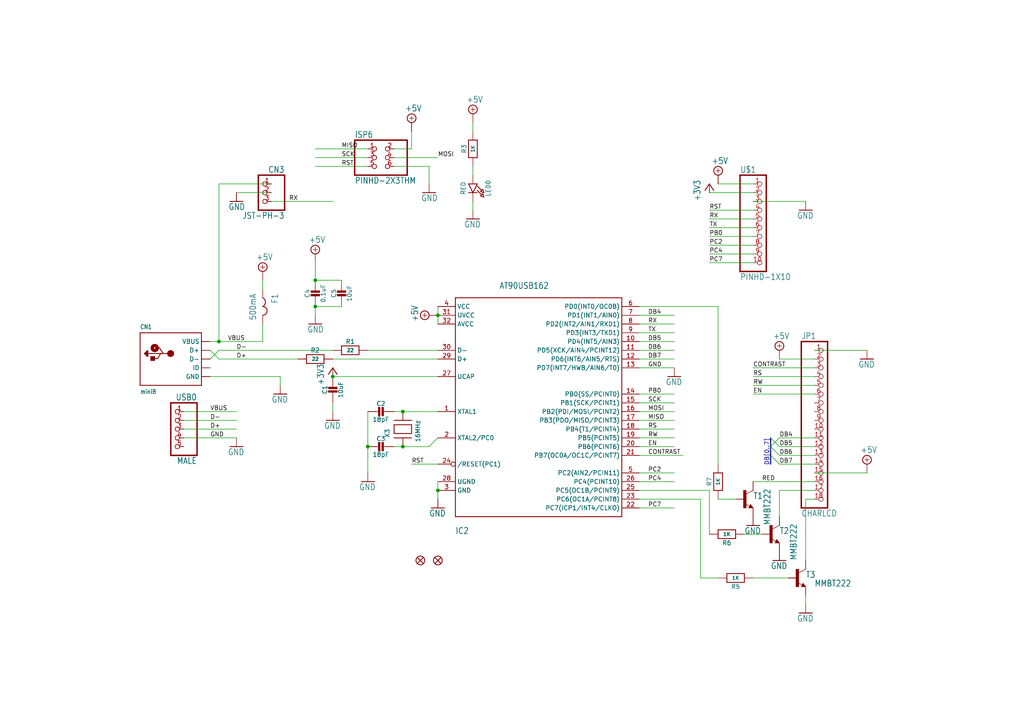
<source format=kicad_sch>
(kicad_sch (version 20211123) (generator eeschema)
  (paper "A4")
  (lib_symbols
    (symbol "schematicEagle-eagle-import:+3V3" (power)
      (property "Value" "+3V3" (at -2.54 -5.08 90))
      (symbol "+3V3_1_0"
        (polyline (pts (xy 0 0) (xy -1.27 -1.905)) (stroke (width 0.254)))
        (polyline (pts (xy 1.27 -1.905) (xy 0 0)) (stroke (width 0.254)))
        (pin power_in line (at 0 -2.54 90) (length 2.54) (name "+3V3") (number "1"))
      )
    )
    (symbol "schematicEagle-eagle-import:+5V" (power)
      (property "Value" "+5V" (at -1.905 3.175 0))
      (symbol "+5V_1_0"
        (polyline (pts (xy -0.635 1.27) (xy 0.635 1.27)) (stroke (width 0.1524)))
        (polyline (pts (xy 0 0.635) (xy 0 1.905)) (stroke (width 0.1524)))
        (circle (center 0 1.27) (radius 1.27) (stroke (width 0.254)))
        (pin power_in line (at 0 -2.54 90) (length 2.54) (name "+5V") (number "1"))
      )
    )
    (symbol "schematicEagle-eagle-import:-NPN-SOT23-BEC"
      (property "Reference" "T" (at -10.16 7.62 0))
      (property "Value" "-NPN-SOT23-BEC" (at -10.16 5.08 0))
      (symbol "-NPN-SOT23-BEC_1_0"
        (rectangle (start -0.254 -2.54) (end 0.508 2.54) (fill (type outline)))
        (polyline (pts (xy 1.27 -2.54) (xy 1.778 -1.524)) (stroke (width 0.1524)))
        (polyline (pts (xy 1.524 -2.413) (xy 2.286 -2.413)) (stroke (width 0.254)))
        (polyline (pts (xy 1.524 -2.286) (xy 1.905 -2.286)) (stroke (width 0.254)))
        (polyline (pts (xy 1.54 -2.04) (xy 0.308 -1.424)) (stroke (width 0.1524)))
        (polyline (pts (xy 1.778 -1.778) (xy 1.524 -2.286)) (stroke (width 0.254)))
        (polyline (pts (xy 1.778 -1.524) (xy 2.54 -2.54)) (stroke (width 0.1524)))
        (polyline (pts (xy 1.905 -2.286) (xy 1.778 -2.032)) (stroke (width 0.254)))
        (polyline (pts (xy 2.286 -2.413) (xy 1.778 -1.778)) (stroke (width 0.254)))
        (polyline (pts (xy 2.54 -2.54) (xy 1.27 -2.54)) (stroke (width 0.1524)))
        (polyline (pts (xy 2.54 2.54) (xy 0.508 1.524)) (stroke (width 0.1524)))
        (pin passive line (at -2.54 0 0) (length 2.54) (name "B") (number "B"))
        (pin passive line (at 2.54 5.08 270) (length 2.54) (name "C") (number "C"))
        (pin passive line (at 2.54 -5.08 90) (length 2.54) (name "E") (number "E"))
      )
    )
    (symbol "schematicEagle-eagle-import:ATMEGA32U2-TQFP"
      (property "Reference" "IC" (at -17.78 -38.1 0))
      (property "Value" "ATMEGA32U2-TQFP" (at -5.08 33.02 0))
      (symbol "ATMEGA32U2-TQFP_1_0"
        (polyline (pts (xy -17.78 -33.02) (xy -17.78 30.48)) (stroke (width 0.254)))
        (polyline (pts (xy -17.78 30.48) (xy 30.48 30.48)) (stroke (width 0.254)))
        (polyline (pts (xy 30.48 -33.02) (xy -17.78 -33.02)) (stroke (width 0.254)))
        (polyline (pts (xy 30.48 30.48) (xy 30.48 -33.02)) (stroke (width 0.254)))
        (pin bidirectional line (at -22.86 -2.54 0) (length 5.08) (name "XTAL1") (number "1"))
        (pin bidirectional line (at 35.56 17.78 180) (length 5.08) (name "PD4(INT5/AIN3)") (number "10"))
        (pin bidirectional line (at 35.56 15.24 180) (length 5.08) (name "PD5(XCK/AIN4/PCINT12)") (number "11"))
        (pin bidirectional line (at 35.56 12.7 180) (length 5.08) (name "PD6(INT6/AIN5/RTS)") (number "12"))
        (pin bidirectional line (at 35.56 10.16 180) (length 5.08) (name "PD7(INT7/HWB/AIN6/T0)") (number "13"))
        (pin bidirectional line (at 35.56 2.54 180) (length 5.08) (name "PB0(SS/PCINT0)") (number "14"))
        (pin bidirectional line (at 35.56 0 180) (length 5.08) (name "PB1(SCK/PCINT1)") (number "15"))
        (pin bidirectional line (at 35.56 -2.54 180) (length 5.08) (name "PB2(PDI/MOSI/PCINT2)") (number "16"))
        (pin bidirectional line (at 35.56 -5.08 180) (length 5.08) (name "PB3(PDO/MISO/PCINT3)") (number "17"))
        (pin bidirectional line (at 35.56 -7.62 180) (length 5.08) (name "PB4(T1/PCINT4)") (number "18"))
        (pin bidirectional line (at 35.56 -10.16 180) (length 5.08) (name "PB5(PCINT5)") (number "19"))
        (pin bidirectional line (at -22.86 -10.16 0) (length 5.08) (name "XTAL2/PC0") (number "2"))
        (pin bidirectional line (at 35.56 -12.7 180) (length 5.08) (name "PB6(PCINT6)") (number "20"))
        (pin bidirectional line (at 35.56 -15.24 180) (length 5.08) (name "PB7(OC0A/OC1C/PCINT7)") (number "21"))
        (pin bidirectional line (at 35.56 -30.48 180) (length 5.08) (name "PC7(ICP1/INT4/CLKO)") (number "22"))
        (pin bidirectional line (at 35.56 -27.94 180) (length 5.08) (name "PC6(OC1A/PCINT8)") (number "23"))
        (pin bidirectional inverted (at -22.86 -17.78 0) (length 5.08) (name "/RESET(PC1)") (number "24"))
        (pin bidirectional line (at 35.56 -25.4 180) (length 5.08) (name "PC5(OC1B/PCINT9)") (number "25"))
        (pin bidirectional line (at 35.56 -22.86 180) (length 5.08) (name "PC4(PCINT10)") (number "26"))
        (pin bidirectional line (at -22.86 7.62 0) (length 5.08) (name "UCAP") (number "27"))
        (pin bidirectional line (at -22.86 -22.86 0) (length 5.08) (name "UGND") (number "28"))
        (pin bidirectional line (at -22.86 12.7 0) (length 5.08) (name "D+") (number "29"))
        (pin bidirectional line (at -22.86 -25.4 0) (length 5.08) (name "GND") (number "3"))
        (pin bidirectional line (at -22.86 15.24 0) (length 5.08) (name "D-") (number "30"))
        (pin bidirectional line (at -22.86 25.4 0) (length 5.08) (name "UVCC") (number "31"))
        (pin bidirectional line (at -22.86 22.86 0) (length 5.08) (name "AVCC") (number "32"))
        (pin bidirectional line (at -22.86 27.94 0) (length 5.08) (name "VCC") (number "4"))
        (pin bidirectional line (at 35.56 -20.32 180) (length 5.08) (name "PC2(AIN2/PCIN11)") (number "5"))
        (pin bidirectional line (at 35.56 27.94 180) (length 5.08) (name "PD0(INT0/OC0B)") (number "6"))
        (pin bidirectional line (at 35.56 25.4 180) (length 5.08) (name "PD1(INT1/AIN0)") (number "7"))
        (pin bidirectional line (at 35.56 22.86 180) (length 5.08) (name "PD2(INT2/AIN1/RXD1)") (number "8"))
        (pin bidirectional line (at 35.56 20.32 180) (length 5.08) (name "PD3(INT3/TXD1)") (number "9"))
      )
    )
    (symbol "schematicEagle-eagle-import:CAP_CERAMIC0805-NOOUTLINE"
      (property "Reference" "C" (at -2.29 1.25 90))
      (property "Value" "CAP_CERAMIC0805-NOOUTLINE" (at 2.3 1.25 90))
      (symbol "CAP_CERAMIC0805-NOOUTLINE_1_0"
        (rectangle (start -1.27 0.508) (end 1.27 1.016) (fill (type outline)))
        (rectangle (start -1.27 1.524) (end 1.27 2.032) (fill (type outline)))
        (polyline (pts (xy 0 0.762) (xy 0 0)) (stroke (width 0.1524)))
        (polyline (pts (xy 0 2.54) (xy 0 1.778)) (stroke (width 0.1524)))
        (pin passive line (at 0 5.08 270) (length 2.54) (name "1") (number "1"))
        (pin passive line (at 0 -2.54 90) (length 2.54) (name "2") (number "2"))
      )
    )
    (symbol "schematicEagle-eagle-import:FIDUCIAL1X2.5"
      (symbol "FIDUCIAL1X2.5_1_0"
        (polyline (pts (xy -0.762 0.762) (xy 0.762 -0.762)) (stroke (width 0.254)))
        (polyline (pts (xy 0.762 0.762) (xy -0.762 -0.762)) (stroke (width 0.254)))
        (circle (center 0 0) (radius 1.27) (stroke (width 0.254)))
      )
    )
    (symbol "schematicEagle-eagle-import:GND" (power)
      (property "Value" "GND" (at -2.54 -2.54 0))
      (symbol "GND_1_0"
        (polyline (pts (xy -1.905 0) (xy 1.905 0)) (stroke (width 0.254)))
        (pin power_in line (at 0 2.54 270) (length 2.54) (name "GND") (number "1"))
      )
    )
    (symbol "schematicEagle-eagle-import:JST_3PIN"
      (property "Reference" "CN" (at -6.35 5.715 0))
      (property "Value" "JST_3PIN" (at -6.35 -7.62 0))
      (symbol "JST_3PIN_1_0"
        (polyline (pts (xy -6.35 -5.08) (xy 1.27 -5.08)) (stroke (width 0.4064)))
        (polyline (pts (xy -6.35 5.08) (xy -6.35 -5.08)) (stroke (width 0.4064)))
        (polyline (pts (xy 1.27 -5.08) (xy 1.27 5.08)) (stroke (width 0.4064)))
        (polyline (pts (xy 1.27 5.08) (xy -6.35 5.08)) (stroke (width 0.4064)))
        (pin passive inverted (at -2.54 2.54 0) (length 2.54) (name "1") (number "1"))
        (pin passive inverted (at -2.54 0 0) (length 2.54) (name "2") (number "2"))
        (pin passive inverted (at -2.54 -2.54 0) (length 2.54) (name "3") (number "3"))
      )
    )
    (symbol "schematicEagle-eagle-import:LED0805_NOOUTLINE"
      (property "Reference" "D" (at -1.27 4.445 0))
      (property "Value" "LED0805_NOOUTLINE" (at -1.27 -2.794 0))
      (symbol "LED0805_NOOUTLINE_1_0"
        (polyline (pts (xy -2.54 -1.27) (xy 0 0)) (stroke (width 0.254)))
        (polyline (pts (xy -2.54 1.27) (xy -2.54 -1.27)) (stroke (width 0.254)))
        (polyline (pts (xy -1.905 1.27) (xy -0.635 2.54)) (stroke (width 0.254)))
        (polyline (pts (xy -0.9525 2.8575) (xy -0.3175 2.2225)) (stroke (width 0.254)))
        (polyline (pts (xy -0.635 1.27) (xy 0.635 2.54)) (stroke (width 0.254)))
        (polyline (pts (xy -0.3175 2.2225) (xy 0 3.175)) (stroke (width 0.254)))
        (polyline (pts (xy 0 0) (xy -2.54 1.27)) (stroke (width 0.254)))
        (polyline (pts (xy 0 0) (xy 0 -1.27)) (stroke (width 0.254)))
        (polyline (pts (xy 0 1.27) (xy 0 0)) (stroke (width 0.254)))
        (polyline (pts (xy 0 3.175) (xy -0.9525 2.8575)) (stroke (width 0.254)))
        (polyline (pts (xy 0.3175 2.8575) (xy 0.9525 2.2225)) (stroke (width 0.254)))
        (polyline (pts (xy 0.9525 2.2225) (xy 1.27 3.175)) (stroke (width 0.254)))
        (polyline (pts (xy 1.27 3.175) (xy 0.3175 2.8575)) (stroke (width 0.254)))
        (pin passive line (at -5.08 0 0) (length 2.54) (name "A") (number "A"))
        (pin passive line (at 2.54 0 180) (length 2.54) (name "C") (number "C"))
      )
    )
    (symbol "schematicEagle-eagle-import:PINHD-1X10"
      (property "Value" "PINHD-1X10" (at -6.35 -17.78 0))
      (symbol "PINHD-1X10_1_0"
        (polyline (pts (xy -6.35 -15.24) (xy 1.27 -15.24)) (stroke (width 0.4064)))
        (polyline (pts (xy -6.35 12.7) (xy -6.35 -15.24)) (stroke (width 0.4064)))
        (polyline (pts (xy 1.27 -15.24) (xy 1.27 12.7)) (stroke (width 0.4064)))
        (polyline (pts (xy 1.27 12.7) (xy -6.35 12.7)) (stroke (width 0.4064)))
        (pin passive inverted (at -2.54 10.16 0) (length 2.54) (name "1") (number "1"))
        (pin passive inverted (at -2.54 -12.7 0) (length 2.54) (name "10") (number "10"))
        (pin passive inverted (at -2.54 7.62 0) (length 2.54) (name "2") (number "2"))
        (pin passive inverted (at -2.54 5.08 0) (length 2.54) (name "3") (number "3"))
        (pin passive inverted (at -2.54 2.54 0) (length 2.54) (name "4") (number "4"))
        (pin passive inverted (at -2.54 0 0) (length 2.54) (name "5") (number "5"))
        (pin passive inverted (at -2.54 -2.54 0) (length 2.54) (name "6") (number "6"))
        (pin passive inverted (at -2.54 -5.08 0) (length 2.54) (name "7") (number "7"))
        (pin passive inverted (at -2.54 -7.62 0) (length 2.54) (name "8") (number "8"))
        (pin passive inverted (at -2.54 -10.16 0) (length 2.54) (name "9") (number "9"))
      )
    )
    (symbol "schematicEagle-eagle-import:PINHD-1X18-BIG"
      (property "Reference" "JP" (at -6.35 23.495 0))
      (property "Value" "PINHD-1X18-BIG" (at -6.35 -27.94 0))
      (symbol "PINHD-1X18-BIG_1_0"
        (polyline (pts (xy -6.35 -25.4) (xy 1.27 -25.4)) (stroke (width 0.4064)))
        (polyline (pts (xy -6.35 22.86) (xy -6.35 -25.4)) (stroke (width 0.4064)))
        (polyline (pts (xy 1.27 -25.4) (xy 1.27 22.86)) (stroke (width 0.4064)))
        (polyline (pts (xy 1.27 22.86) (xy -6.35 22.86)) (stroke (width 0.4064)))
        (pin passive inverted (at -2.54 20.32 0) (length 2.54) (name "1") (number "1"))
        (pin passive inverted (at -2.54 -2.54 0) (length 2.54) (name "10") (number "10"))
        (pin passive inverted (at -2.54 -5.08 0) (length 2.54) (name "11") (number "11"))
        (pin passive inverted (at -2.54 -7.62 0) (length 2.54) (name "12") (number "12"))
        (pin passive inverted (at -2.54 -10.16 0) (length 2.54) (name "13") (number "13"))
        (pin passive inverted (at -2.54 -12.7 0) (length 2.54) (name "14") (number "14"))
        (pin passive inverted (at -2.54 -15.24 0) (length 2.54) (name "15") (number "15"))
        (pin passive inverted (at -2.54 -17.78 0) (length 2.54) (name "16") (number "16"))
        (pin passive inverted (at -2.54 -20.32 0) (length 2.54) (name "17") (number "17"))
        (pin passive inverted (at -2.54 -22.86 0) (length 2.54) (name "18") (number "18"))
        (pin passive inverted (at -2.54 17.78 0) (length 2.54) (name "2") (number "2"))
        (pin passive inverted (at -2.54 15.24 0) (length 2.54) (name "3") (number "3"))
        (pin passive inverted (at -2.54 12.7 0) (length 2.54) (name "4") (number "4"))
        (pin passive inverted (at -2.54 10.16 0) (length 2.54) (name "5") (number "5"))
        (pin passive inverted (at -2.54 7.62 0) (length 2.54) (name "6") (number "6"))
        (pin passive inverted (at -2.54 5.08 0) (length 2.54) (name "7") (number "7"))
        (pin passive inverted (at -2.54 2.54 0) (length 2.54) (name "8") (number "8"))
        (pin passive inverted (at -2.54 0 0) (length 2.54) (name "9") (number "9"))
      )
    )
    (symbol "schematicEagle-eagle-import:PINHD-1X5"
      (property "Reference" "JP" (at -6.35 8.255 0))
      (property "Value" "PINHD-1X5" (at -6.35 -10.16 0))
      (symbol "PINHD-1X5_1_0"
        (polyline (pts (xy -6.35 -7.62) (xy 1.27 -7.62)) (stroke (width 0.4064)))
        (polyline (pts (xy -6.35 7.62) (xy -6.35 -7.62)) (stroke (width 0.4064)))
        (polyline (pts (xy 1.27 -7.62) (xy 1.27 7.62)) (stroke (width 0.4064)))
        (polyline (pts (xy 1.27 7.62) (xy -6.35 7.62)) (stroke (width 0.4064)))
        (pin passive inverted (at -2.54 5.08 0) (length 2.54) (name "1") (number "1"))
        (pin passive inverted (at -2.54 2.54 0) (length 2.54) (name "2") (number "2"))
        (pin passive inverted (at -2.54 0 0) (length 2.54) (name "3") (number "3"))
        (pin passive inverted (at -2.54 -2.54 0) (length 2.54) (name "4") (number "4"))
        (pin passive inverted (at -2.54 -5.08 0) (length 2.54) (name "5") (number "5"))
      )
    )
    (symbol "schematicEagle-eagle-import:PINHD-2X3THM"
      (property "Value" "PINHD-2X3THM" (at -6.35 -7.62 0))
      (symbol "PINHD-2X3THM_1_0"
        (polyline (pts (xy -6.35 -5.08) (xy 8.89 -5.08)) (stroke (width 0.4064)))
        (polyline (pts (xy -6.35 5.08) (xy -6.35 -5.08)) (stroke (width 0.4064)))
        (polyline (pts (xy 8.89 -5.08) (xy 8.89 5.08)) (stroke (width 0.4064)))
        (polyline (pts (xy 8.89 5.08) (xy -6.35 5.08)) (stroke (width 0.4064)))
        (pin passive inverted (at -2.54 2.54 0) (length 2.54) (name "1") (number "1"))
        (pin passive inverted (at 5.08 2.54 180) (length 2.54) (name "2") (number "2"))
        (pin passive inverted (at -2.54 0 0) (length 2.54) (name "3") (number "3"))
        (pin passive inverted (at 5.08 0 180) (length 2.54) (name "4") (number "4"))
        (pin passive inverted (at -2.54 -2.54 0) (length 2.54) (name "5") (number "5"))
        (pin passive inverted (at 5.08 -2.54 180) (length 2.54) (name "6") (number "6"))
      )
    )
    (symbol "schematicEagle-eagle-import:PTCFUSE-1206"
      (property "Reference" "F" (at -3.81 5.08 0))
      (property "Value" "PTCFUSE-1206" (at -3.81 -1.27 0))
      (symbol "PTCFUSE-1206_1_0"
        (arc (start 0 2.54) (mid -1.27 3.3249) (end -2.54 2.54) (stroke (width 0.254)))
        (arc (start 2.54 2.54) (mid 1.27 3.81) (end 0 2.54) (stroke (width 0.254)))
        (pin passive line (at -5.08 2.54 0) (length 2.54) (name "1") (number "1"))
        (pin passive line (at 5.08 2.54 180) (length 2.54) (name "2") (number "2"))
      )
    )
    (symbol "schematicEagle-eagle-import:RESISTOR0805_NOOUTLINE"
      (property "Reference" "R" (at 0 2.54 0))
      (property "Value" "RESISTOR0805_NOOUTLINE" (at 0 0 0))
      (symbol "RESISTOR0805_NOOUTLINE_1_0"
        (polyline (pts (xy -2.54 -1.27) (xy -2.54 1.27)) (stroke (width 0.254)))
        (polyline (pts (xy -2.54 1.27) (xy 2.54 1.27)) (stroke (width 0.254)))
        (polyline (pts (xy 2.54 -1.27) (xy -2.54 -1.27)) (stroke (width 0.254)))
        (polyline (pts (xy 2.54 1.27) (xy 2.54 -1.27)) (stroke (width 0.254)))
        (pin passive line (at -5.08 0 0) (length 2.54) (name "1") (number "1"))
        (pin passive line (at 5.08 0 180) (length 2.54) (name "2") (number "2"))
      )
    )
    (symbol "schematicEagle-eagle-import:USBMINIBLARGE"
      (property "Reference" "CN" (at -10.16 8.636 0))
      (property "Value" "USBMINIBLARGE" (at -10.16 -10.16 0))
      (symbol "USBMINIBLARGE_1_0"
        (rectangle (start -7.12 -0.45) (end -5.92 0.75) (fill (type outline)))
        (circle (center -5.92 3.2) (radius 0.2) (stroke (width 1)))
        (circle (center -1.32 1.6) (radius 0.5) (stroke (width 1)))
        (polyline (pts (xy -10.2 7.62) (xy -10.16 7.62)) (stroke (width 0.254)))
        (polyline (pts (xy -10.16 -7.62) (xy 7.62 -7.62)) (stroke (width 0.254)))
        (polyline (pts (xy -10.16 7.62) (xy -10.16 -7.62)) (stroke (width 0.254)))
        (polyline (pts (xy -10.16 7.62) (xy 7.62 7.62)) (stroke (width 0.254)))
        (polyline (pts (xy -8.92 1.6) (xy -8.12 2.4)) (stroke (width 0.254)))
        (polyline (pts (xy -8.52 1.4) (xy -8.32 1.2)) (stroke (width 0.254)))
        (polyline (pts (xy -8.52 1.6) (xy -8.52 1.4)) (stroke (width 0.254)))
        (polyline (pts (xy -8.32 1.2) (xy -8.32 2)) (stroke (width 0.254)))
        (polyline (pts (xy -8.32 2) (xy -8.72 1.6)) (stroke (width 0.254)))
        (polyline (pts (xy -8.12 0.8) (xy -8.92 1.6)) (stroke (width 0.254)))
        (polyline (pts (xy -8.12 1) (xy -8.12 2.4)) (stroke (width 0.254)))
        (polyline (pts (xy -8.12 2.4) (xy -7.92 2.4)) (stroke (width 0.254)))
        (polyline (pts (xy -7.92 0.8) (xy -8.12 0.8)) (stroke (width 0.254)))
        (polyline (pts (xy -7.92 1.6) (xy -7.92 0.8)) (stroke (width 0.254)))
        (polyline (pts (xy -7.92 2.4) (xy -7.92 1.6)) (stroke (width 0.254)))
        (polyline (pts (xy -6.27 0.15) (xy -5.07 0.15)) (stroke (width 0.254)))
        (polyline (pts (xy -5.52 3.2) (xy -4.52 3.2)) (stroke (width 0.254)))
        (polyline (pts (xy -5.07 0.15) (xy -4.22 1.6)) (stroke (width 0.254)))
        (polyline (pts (xy -4.52 3.2) (xy -3.47 1.6)) (stroke (width 0.254)))
        (polyline (pts (xy -4.22 1.6) (xy -7.92 1.6)) (stroke (width 0.254)))
        (polyline (pts (xy -3.47 1.6) (xy -4.22 1.6)) (stroke (width 0.254)))
        (polyline (pts (xy -1.32 1.6) (xy -3.47 1.6)) (stroke (width 0.254)))
        (polyline (pts (xy 7.62 7.62) (xy 7.62 -7.62)) (stroke (width 0.254)))
        (pin bidirectional line (at 10.16 2.54 180) (length 2.54) (name "D+") (number "D+"))
        (pin bidirectional line (at 10.16 0 180) (length 2.54) (name "D-") (number "D-"))
        (pin power_in line (at 10.16 -5.08 180) (length 2.54) (name "GND") (number "GND"))
        (pin bidirectional line (at 10.16 -2.54 180) (length 2.54) (name "ID") (number "ID"))
        (pin power_in line (at 10.16 5.08 180) (length 2.54) (name "VBUS") (number "VBUS"))
      )
    )
    (symbol "schematicEagle-eagle-import:XTALNX5032"
      (property "Reference" "X" (at -2.54 3.81 0))
      (property "Value" "XTALNX5032" (at -3.81 -5.08 0))
      (symbol "XTALNX5032_1_0"
        (polyline (pts (xy -2.54 2.54) (xy -2.54 -2.54)) (stroke (width 0.254)))
        (polyline (pts (xy -1.27 -2.54) (xy 1.27 -2.54)) (stroke (width 0.254)))
        (polyline (pts (xy -1.27 2.54) (xy -1.27 -2.54)) (stroke (width 0.254)))
        (polyline (pts (xy 1.27 -2.54) (xy 1.27 2.54)) (stroke (width 0.254)))
        (polyline (pts (xy 1.27 2.54) (xy -1.27 2.54)) (stroke (width 0.254)))
        (polyline (pts (xy 2.54 2.54) (xy 2.54 -2.54)) (stroke (width 0.254)))
        (pin bidirectional line (at -5.08 0 0) (length 2.54) (name "P$1") (number "P$1"))
        (pin bidirectional line (at 5.08 0 180) (length 2.54) (name "P$2") (number "P$2"))
      )
    )
  )
  (junction (at 91.44 88.9))
  (junction (at 63.5 99.06))
  (junction (at 96.52 109.22))
  (junction (at 127 142.24))
  (junction (at 116.84 119.38))
  (junction (at 127 91.44))
  (junction (at 116.84 129.54))
  (junction (at 91.44 81.28))
  (junction (at 106.68 129.54))
  (bus_entry (at 226.06 132.08) (size -2.54 -2.54))
  (bus_entry (at 226.06 129.54) (size -2.54 -2.54))
  (bus_entry (at 226.06 134.62) (size -2.54 -2.54))
  (bus_entry (at 226.06 127) (size -2.54 2.54))
  (wire (pts (xy 236.22 129.54) (xy 226.06 129.54)))
  (wire (pts (xy 106.68 119.38) (xy 106.68 129.54)))
  (wire (pts (xy 236.22 109.22) (xy 218.44 109.22)))
  (wire (pts (xy 185.42 104.14) (xy 195.58 104.14)))
  (bus (pts (xy 223.52 129.54) (xy 223.52 132.08)))
  (wire (pts (xy 185.42 96.52) (xy 195.58 96.52)))
  (wire (pts (xy 127 127) (xy 124.46 129.54)))
  (wire (pts (xy 119.38 43.18) (xy 119.38 38.1)))
  (wire (pts (xy 233.68 172.72) (xy 233.68 175.26)))
  (wire (pts (xy 76.2 83.82) (xy 76.2 81.28)))
  (wire (pts (xy 96.52 104.14) (xy 127 104.14)))
  (wire (pts (xy 63.5 53.34) (xy 63.5 99.06)))
  (wire (pts (xy 91.44 88.9) (xy 99.06 88.9)))
  (wire (pts (xy 185.42 142.24) (xy 205.74 142.24)))
  (wire (pts (xy 124.46 53.34) (xy 124.46 48.26)))
  (wire (pts (xy 185.42 116.84) (xy 195.58 116.84)))
  (wire (pts (xy 185.42 137.16) (xy 195.58 137.16)))
  (wire (pts (xy 60.96 99.06) (xy 63.5 99.06)))
  (wire (pts (xy 137.16 35.56) (xy 137.16 38.1)))
  (wire (pts (xy 233.68 162.56) (xy 233.68 144.78)))
  (wire (pts (xy 91.44 76.2) (xy 91.44 81.28)))
  (wire (pts (xy 63.5 101.6) (xy 60.96 104.14)))
  (wire (pts (xy 236.22 111.76) (xy 218.44 111.76)))
  (wire (pts (xy 185.42 127) (xy 195.58 127)))
  (wire (pts (xy 208.28 144.78) (xy 213.36 144.78)))
  (wire (pts (xy 185.42 106.68) (xy 195.58 106.68)))
  (wire (pts (xy 185.42 93.98) (xy 195.58 93.98)))
  (wire (pts (xy 226.06 142.24) (xy 236.22 142.24)))
  (wire (pts (xy 53.34 124.46) (xy 68.58 124.46)))
  (wire (pts (xy 226.06 104.14) (xy 236.22 104.14)))
  (wire (pts (xy 53.34 121.92) (xy 68.58 121.92)))
  (wire (pts (xy 233.68 144.78) (xy 236.22 144.78)))
  (wire (pts (xy 124.46 129.54) (xy 116.84 129.54)))
  (wire (pts (xy 226.06 149.86) (xy 226.06 142.24)))
  (wire (pts (xy 185.42 88.9) (xy 208.28 88.9)))
  (wire (pts (xy 251.46 101.6) (xy 236.22 101.6)))
  (wire (pts (xy 137.16 48.26) (xy 137.16 50.8)))
  (wire (pts (xy 218.44 139.7) (xy 236.22 139.7)))
  (wire (pts (xy 63.5 101.6) (xy 96.52 101.6)))
  (bus (pts (xy 223.52 127) (xy 223.52 129.54)))
  (wire (pts (xy 114.3 45.72) (xy 127 45.72)))
  (wire (pts (xy 185.42 147.32) (xy 195.58 147.32)))
  (wire (pts (xy 185.42 119.38) (xy 195.58 119.38)))
  (wire (pts (xy 78.74 58.42) (xy 96.52 58.42)))
  (wire (pts (xy 185.42 144.78) (xy 203.2 144.78)))
  (wire (pts (xy 203.2 167.64) (xy 208.28 167.64)))
  (wire (pts (xy 218.44 68.58) (xy 205.74 68.58)))
  (wire (pts (xy 127 91.44) (xy 127 93.98)))
  (wire (pts (xy 205.74 55.88) (xy 218.44 55.88)))
  (wire (pts (xy 233.68 58.42) (xy 218.44 58.42)))
  (wire (pts (xy 127 134.62) (xy 119.38 134.62)))
  (wire (pts (xy 76.2 99.06) (xy 76.2 93.98)))
  (wire (pts (xy 53.34 119.38) (xy 68.58 119.38)))
  (wire (pts (xy 218.44 63.5) (xy 205.74 63.5)))
  (wire (pts (xy 236.22 137.16) (xy 251.46 137.16)))
  (wire (pts (xy 96.52 119.38) (xy 96.52 116.84)))
  (wire (pts (xy 218.44 60.96) (xy 205.74 60.96)))
  (wire (pts (xy 78.74 53.34) (xy 63.5 53.34)))
  (wire (pts (xy 185.42 129.54) (xy 195.58 129.54)))
  (wire (pts (xy 185.42 124.46) (xy 195.58 124.46)))
  (wire (pts (xy 127 109.22) (xy 96.52 109.22)))
  (wire (pts (xy 127 144.78) (xy 127 142.24)))
  (wire (pts (xy 218.44 76.2) (xy 205.74 76.2)))
  (wire (pts (xy 116.84 119.38) (xy 114.3 119.38)))
  (wire (pts (xy 137.16 60.96) (xy 137.16 58.42)))
  (wire (pts (xy 106.68 101.6) (xy 127 101.6)))
  (bus (pts (xy 223.52 132.08) (xy 223.52 134.62)))
  (wire (pts (xy 236.22 132.08) (xy 226.06 132.08)))
  (wire (pts (xy 81.28 109.22) (xy 81.28 111.76)))
  (wire (pts (xy 106.68 45.72) (xy 91.44 45.72)))
  (wire (pts (xy 91.44 81.28) (xy 99.06 81.28)))
  (wire (pts (xy 208.28 53.34) (xy 218.44 53.34)))
  (wire (pts (xy 68.58 55.88) (xy 78.74 55.88)))
  (wire (pts (xy 124.46 48.26) (xy 114.3 48.26)))
  (wire (pts (xy 185.42 101.6) (xy 195.58 101.6)))
  (wire (pts (xy 218.44 66.04) (xy 205.74 66.04)))
  (wire (pts (xy 91.44 91.44) (xy 91.44 88.9)))
  (wire (pts (xy 185.42 139.7) (xy 195.58 139.7)))
  (wire (pts (xy 63.5 99.06) (xy 76.2 99.06)))
  (wire (pts (xy 106.68 137.16) (xy 106.68 129.54)))
  (wire (pts (xy 106.68 48.26) (xy 91.44 48.26)))
  (wire (pts (xy 185.42 99.06) (xy 195.58 99.06)))
  (wire (pts (xy 220.98 154.94) (xy 215.9 154.94)))
  (wire (pts (xy 63.5 104.14) (xy 86.36 104.14)))
  (wire (pts (xy 185.42 91.44) (xy 195.58 91.44)))
  (wire (pts (xy 63.5 104.14) (xy 60.96 101.6)))
  (wire (pts (xy 205.74 142.24) (xy 205.74 154.94)))
  (wire (pts (xy 218.44 71.12) (xy 205.74 71.12)))
  (wire (pts (xy 106.68 43.18) (xy 91.44 43.18)))
  (wire (pts (xy 185.42 132.08) (xy 198.12 132.08)))
  (wire (pts (xy 127 142.24) (xy 127 139.7)))
  (wire (pts (xy 208.28 88.9) (xy 208.28 134.62)))
  (wire (pts (xy 185.42 114.3) (xy 195.58 114.3)))
  (wire (pts (xy 218.44 73.66) (xy 205.74 73.66)))
  (wire (pts (xy 53.34 127) (xy 68.58 127)))
  (wire (pts (xy 236.22 127) (xy 226.06 127)))
  (wire (pts (xy 127 88.9) (xy 127 91.44)))
  (wire (pts (xy 236.22 106.68) (xy 218.44 106.68)))
  (wire (pts (xy 116.84 119.38) (xy 127 119.38)))
  (wire (pts (xy 236.22 134.62) (xy 226.06 134.62)))
  (wire (pts (xy 228.6 167.64) (xy 218.44 167.64)))
  (wire (pts (xy 116.84 129.54) (xy 114.3 129.54)))
  (wire (pts (xy 203.2 144.78) (xy 203.2 167.64)))
  (wire (pts (xy 236.22 114.3) (xy 218.44 114.3)))
  (wire (pts (xy 185.42 121.92) (xy 195.58 121.92)))
  (wire (pts (xy 60.96 109.22) (xy 81.28 109.22)))
  (wire (pts (xy 114.3 43.18) (xy 119.38 43.18)))
  (label "VBUS" (at 60.96 119.38 0) (effects (font (size 1.2446 1.2446))))
  (label "PC7" (at 205.74 76.2 0) (effects (font (size 1.2446 1.2446))))
  (label "GND" (at 60.96 127 0) (effects (font (size 1.2446 1.2446))))
  (label "PC4" (at 205.74 73.66 0) (effects (font (size 1.2446 1.2446))))
  (label "RST" (at 119.38 134.62 0) (effects (font (size 1.2446 1.2446))))
  (label "PB0" (at 205.74 68.58 0) (effects (font (size 1.2446 1.2446))))
  (label "DB7" (at 226.06 134.62 0) (effects (font (size 1.2446 1.2446))))
  (label "MOSI" (at 187.96 119.38 0) (effects (font (size 1.2446 1.2446))))
  (label "RW" (at 187.96 127 0) (effects (font (size 1.2446 1.2446))))
  (label "RST" (at 99.06 48.26 0) (effects (font (size 1.2446 1.2446))))
  (label "DB4" (at 187.96 91.44 0) (effects (font (size 1.2446 1.2446))))
  (label "RS" (at 218.44 109.22 0) (effects (font (size 1.2446 1.2446))))
  (label "RST" (at 205.74 60.96 0) (effects (font (size 1.2446 1.2446))))
  (label "GND" (at 187.96 106.68 0) (effects (font (size 1.2446 1.2446))))
  (label "RS" (at 187.96 124.46 0) (effects (font (size 1.2446 1.2446))))
  (label "PC2" (at 205.74 71.12 0) (effects (font (size 1.2446 1.2446))))
  (label "DB4" (at 226.06 127 0) (effects (font (size 1.2446 1.2446))))
  (label "MOSI" (at 127 45.72 0) (effects (font (size 1.2446 1.2446))))
  (label "SCK" (at 99.06 45.72 0) (effects (font (size 1.2446 1.2446))))
  (label "D-" (at 68.58 101.6 0) (effects (font (size 1.2446 1.2446))))
  (label "RW" (at 218.44 111.76 0) (effects (font (size 1.2446 1.2446))))
  (label "EN" (at 218.44 114.3 0) (effects (font (size 1.2446 1.2446))))
  (label "PC2" (at 187.96 137.16 0) (effects (font (size 1.2446 1.2446))))
  (label "PB0" (at 187.96 114.3 0) (effects (font (size 1.2446 1.2446))))
  (label "D-" (at 60.96 121.92 0) (effects (font (size 1.2446 1.2446))))
  (label "RX" (at 205.74 63.5 0) (effects (font (size 1.2446 1.2446))))
  (label "DB7" (at 187.96 104.14 0) (effects (font (size 1.2446 1.2446))))
  (label "RX" (at 187.96 93.98 0) (effects (font (size 1.2446 1.2446))))
  (label "RED" (at 220.98 139.7 0) (effects (font (size 1.2446 1.2446))))
  (label "TX" (at 187.96 96.52 0) (effects (font (size 1.2446 1.2446))))
  (label "DB5" (at 187.96 99.06 0) (effects (font (size 1.2446 1.2446))))
  (label "RX" (at 83.82 58.42 0) (effects (font (size 1.2446 1.2446))))
  (label "TX" (at 205.74 66.04 0) (effects (font (size 1.2446 1.2446))))
  (label "CONTRAST" (at 218.44 106.68 0) (effects (font (size 1.2446 1.2446))))
  (label "SCK" (at 187.96 116.84 0) (effects (font (size 1.2446 1.2446))))
  (label "DB6" (at 187.96 101.6 0) (effects (font (size 1.2446 1.2446))))
  (label "PC4" (at 187.96 139.7 0) (effects (font (size 1.2446 1.2446))))
  (label "MISO" (at 99.06 43.18 0) (effects (font (size 1.2446 1.2446))))
  (label "DB5" (at 226.06 129.54 0) (effects (font (size 1.2446 1.2446))))
  (label "DB[0..7]" (at 223.52 127 270) (effects (font (size 1.2446 1.2446))))
  (label "D+" (at 60.96 124.46 0) (effects (font (size 1.2446 1.2446))))
  (label "DB6" (at 226.06 132.08 0) (effects (font (size 1.2446 1.2446))))
  (label "EN" (at 187.96 129.54 0) (effects (font (size 1.2446 1.2446))))
  (label "MISO" (at 187.96 121.92 0) (effects (font (size 1.2446 1.2446))))
  (label "D+" (at 68.58 104.14 0) (effects (font (size 1.2446 1.2446))))
  (label "PC7" (at 187.96 147.32 0) (effects (font (size 1.2446 1.2446))))
  (label "VBUS" (at 66.04 99.06 0) (effects (font (size 1.2446 1.2446))))
  (label "CONTRAST" (at 187.96 132.08 0) (effects (font (size 1.2446 1.2446))))
  (symbol (lib_id "schematicEagle-eagle-import:GND") (at 124.46 55.88 0) (mirror y) (unit 1)
    (property "Reference" "#GND4" (effects hide))
    (property "Value" "GND" (at 127 58.42 0) (effects (font (size 1.778 1.5113)) (justify left bottom)))
    (property "Footprint" "schematicEagle:" (effects hide))
  )
  (symbol (lib_id "schematicEagle-eagle-import:CAP_CERAMIC0805-NOOUTLINE") (at 109.22 129.54 270) (unit 1)
    (property "Reference" "C3" (at 110.47 127.25 90))
    (property "Value" "18pF" (at 110.47 131.84 90))
    (property "Footprint" "schematicEagle:0805-NO" (effects hide))
  )
  (symbol (lib_id "schematicEagle-eagle-import:+5V") (at 91.44 73.66 0) (unit 1)
    (property "Reference" "#V3" (effects hide))
    (property "Value" "+5V" (at 89.535 70.485 0) (effects (font (size 1.778 1.5113)) (justify left bottom)))
    (property "Footprint" "schematicEagle:" (effects hide))
  )
  (symbol (lib_id "schematicEagle-eagle-import:LED0805_NOOUTLINE") (at 137.16 55.88 270) (unit 1)
    (property "Reference" "LED0" (at 141.605 54.61 0))
    (property "Value" "RED" (at 134.366 54.61 0))
    (property "Footprint" "schematicEagle:CHIPLED_0805_NOOUTLINE" (effects hide))
  )
  (symbol (lib_id "schematicEagle-eagle-import:+5V") (at 251.46 134.62 0) (unit 1)
    (property "Reference" "#V10" (effects hide))
    (property "Value" "+5V" (at 249.555 131.445 0) (effects (font (size 1.778 1.5113)) (justify left bottom)))
    (property "Footprint" "schematicEagle:" (effects hide))
  )
  (symbol (lib_id "schematicEagle-eagle-import:GND") (at 218.44 152.4 0) (unit 1)
    (property "Reference" "#GND11" (effects hide))
    (property "Value" "GND" (at 215.9 154.94 0) (effects (font (size 1.778 1.5113)) (justify left bottom)))
    (property "Footprint" "schematicEagle:" (effects hide))
  )
  (symbol (lib_id "schematicEagle-eagle-import:+5V") (at 226.06 101.6 0) (unit 1)
    (property "Reference" "#V7" (effects hide))
    (property "Value" "+5V" (at 224.155 98.425 0) (effects (font (size 1.778 1.5113)) (justify left bottom)))
    (property "Footprint" "schematicEagle:" (effects hide))
  )
  (symbol (lib_id "schematicEagle-eagle-import:+5V") (at 208.28 50.8 0) (unit 1)
    (property "Reference" "#V4" (effects hide))
    (property "Value" "+5V" (at 206.375 47.625 0) (effects (font (size 1.778 1.5113)) (justify left bottom)))
    (property "Footprint" "schematicEagle:" (effects hide))
  )
  (symbol (lib_id "schematicEagle-eagle-import:+5V") (at 137.16 33.02 0) (unit 1)
    (property "Reference" "#V6" (effects hide))
    (property "Value" "+5V" (at 135.255 29.845 0) (effects (font (size 1.778 1.5113)) (justify left bottom)))
    (property "Footprint" "schematicEagle:" (effects hide))
  )
  (symbol (lib_id "schematicEagle-eagle-import:GND") (at 195.58 109.22 0) (unit 1)
    (property "Reference" "#GND15" (effects hide))
    (property "Value" "GND" (at 193.04 111.76 0) (effects (font (size 1.778 1.5113)) (justify left bottom)))
    (property "Footprint" "schematicEagle:" (effects hide))
  )
  (symbol (lib_id "schematicEagle-eagle-import:-NPN-SOT23-BEC") (at 223.52 154.94 0) (unit 1)
    (property "Reference" "T2" (at 226.06 154.94 0) (effects (font (size 1.778 1.5113)) (justify left bottom)))
    (property "Value" "MMBT222" (at 231.14 162.56 90) (effects (font (size 1.778 1.5113)) (justify left bottom)))
    (property "Footprint" "schematicEagle:SOT23-BEC" (effects hide))
  )
  (symbol (lib_id "schematicEagle-eagle-import:GND") (at 233.68 177.8 0) (unit 1)
    (property "Reference" "#GND13" (effects hide))
    (property "Value" "GND" (at 231.14 180.34 0) (effects (font (size 1.778 1.5113)) (justify left bottom)))
    (property "Footprint" "schematicEagle:" (effects hide))
  )
  (symbol (lib_id "schematicEagle-eagle-import:PINHD-1X18-BIG") (at 238.76 121.92 0) (unit 1)
    (property "Reference" "JP1" (at 232.41 98.425 0) (effects (font (size 1.778 1.5113)) (justify left bottom)))
    (property "Value" "CHARLCD" (at 232.41 149.86 0) (effects (font (size 1.778 1.5113)) (justify left bottom)))
    (property "Footprint" "schematicEagle:1X18-BIG" (effects hide))
  )
  (symbol (lib_id "schematicEagle-eagle-import:GND") (at 106.68 139.7 0) (unit 1)
    (property "Reference" "#GND6" (effects hide))
    (property "Value" "GND" (at 104.14 142.24 0) (effects (font (size 1.778 1.5113)) (justify left bottom)))
    (property "Footprint" "schematicEagle:" (effects hide))
  )
  (symbol (lib_id "schematicEagle-eagle-import:JST_3PIN") (at 76.2 55.88 0) (mirror y) (unit 1)
    (property "Reference" "CN3" (at 82.55 50.165 0) (effects (font (size 1.778 1.5113)) (justify left bottom)))
    (property "Value" "JST-PH-3" (at 82.55 63.5 0) (effects (font (size 1.778 1.5113)) (justify left bottom)))
    (property "Footprint" "schematicEagle:JSTPH3" (effects hide))
  )
  (symbol (lib_id "schematicEagle-eagle-import:FIDUCIAL1X2.5") (at 121.92 162.56 0) (unit 1)
    (property "Reference" "FID2" (effects hide))
    (property "Value" "FIDUCIAL1X2.5" (effects hide))
    (property "Footprint" "schematicEagle:FIDUCIAL-1X2.5" (effects hide))
  )
  (symbol (lib_id "schematicEagle-eagle-import:GND") (at 127 147.32 0) (unit 1)
    (property "Reference" "#GND2" (effects hide))
    (property "Value" "GND" (at 124.46 149.86 0) (effects (font (size 1.778 1.5113)) (justify left bottom)))
    (property "Footprint" "schematicEagle:" (effects hide))
  )
  (symbol (lib_id "schematicEagle-eagle-import:+3V3") (at 96.52 106.68 0) (unit 1)
    (property "Reference" "#+3V1" (effects hide))
    (property "Value" "+3V3" (at 93.98 111.76 90) (effects (font (size 1.778 1.5113)) (justify left bottom)))
    (property "Footprint" "schematicEagle:" (effects hide))
  )
  (symbol (lib_id "schematicEagle-eagle-import:RESISTOR0805_NOOUTLINE") (at 137.16 43.18 90) (unit 1)
    (property "Reference" "R3" (at 134.62 43.18 0))
    (property "Value" "1K" (at 137.16 43.18 0) (effects (font (size 1.016 1.016) bold)))
    (property "Footprint" "schematicEagle:0805-NO" (effects hide))
  )
  (symbol (lib_id "schematicEagle-eagle-import:PINHD-2X3THM") (at 109.22 45.72 0) (unit 1)
    (property "Reference" "ISP6" (at 102.87 40.005 0) (effects (font (size 1.778 1.5113)) (justify left bottom)))
    (property "Value" "PINHD-2X3THM" (at 102.87 53.34 0) (effects (font (size 1.778 1.5113)) (justify left bottom)))
    (property "Footprint" "schematicEagle:ISP6" (effects hide))
  )
  (symbol (lib_id "schematicEagle-eagle-import:GND") (at 96.52 121.92 0) (unit 1)
    (property "Reference" "#GND3" (effects hide))
    (property "Value" "GND" (at 93.98 124.46 0) (effects (font (size 1.778 1.5113)) (justify left bottom)))
    (property "Footprint" "schematicEagle:" (effects hide))
  )
  (symbol (lib_id "schematicEagle-eagle-import:+5V") (at 76.2 78.74 0) (unit 1)
    (property "Reference" "#V1" (effects hide))
    (property "Value" "+5V" (at 74.295 75.565 0) (effects (font (size 1.778 1.5113)) (justify left bottom)))
    (property "Footprint" "schematicEagle:" (effects hide))
  )
  (symbol (lib_id "schematicEagle-eagle-import:GND") (at 68.58 58.42 0) (mirror y) (unit 1)
    (property "Reference" "#GND8" (effects hide))
    (property "Value" "GND" (at 71.12 60.96 0) (effects (font (size 1.778 1.5113)) (justify left bottom)))
    (property "Footprint" "schematicEagle:" (effects hide))
  )
  (symbol (lib_id "schematicEagle-eagle-import:XTALNX5032") (at 116.84 124.46 90) (unit 1)
    (property "Reference" "X3" (at 113.03 127 0) (effects (justify left bottom)))
    (property "Value" "16MHz" (at 121.92 128.27 0) (effects (justify left bottom)))
    (property "Footprint" "schematicEagle:NX5032" (effects hide))
  )
  (symbol (lib_id "schematicEagle-eagle-import:+5V") (at 119.38 35.56 0) (unit 1)
    (property "Reference" "#V5" (effects hide))
    (property "Value" "+5V" (at 117.475 32.385 0) (effects (font (size 1.778 1.5113)) (justify left bottom)))
    (property "Footprint" "schematicEagle:" (effects hide))
  )
  (symbol (lib_id "schematicEagle-eagle-import:RESISTOR0805_NOOUTLINE") (at 91.44 104.14 0) (unit 1)
    (property "Reference" "R2" (at 91.44 101.6 0))
    (property "Value" "22" (at 91.44 104.14 0) (effects (font (size 1.016 1.016) bold)))
    (property "Footprint" "schematicEagle:0805-NO" (effects hide))
  )
  (symbol (lib_id "schematicEagle-eagle-import:PTCFUSE-1206") (at 73.66 88.9 270) (unit 1)
    (property "Reference" "F1" (at 78.74 85.09 0) (effects (font (size 1.778 1.5113)) (justify left bottom)))
    (property "Value" "500mA" (at 72.39 85.09 0) (effects (font (size 1.778 1.5113)) (justify left bottom)))
    (property "Footprint" "schematicEagle:R1206" (effects hide))
  )
  (symbol (lib_id "schematicEagle-eagle-import:CAP_CERAMIC0805-NOOUTLINE") (at 91.44 86.36 0) (unit 1)
    (property "Reference" "C4" (at 89.15 85.11 90))
    (property "Value" "0.1uF" (at 93.74 85.11 90))
    (property "Footprint" "schematicEagle:0805-NO" (effects hide))
  )
  (symbol (lib_id "schematicEagle-eagle-import:RESISTOR0805_NOOUTLINE") (at 210.82 154.94 180) (unit 1)
    (property "Reference" "R6" (at 210.82 157.48 0))
    (property "Value" "1K" (at 210.82 154.94 0) (effects (font (size 1.016 1.016) bold)))
    (property "Footprint" "schematicEagle:0805-NO" (effects hide))
  )
  (symbol (lib_id "schematicEagle-eagle-import:+3V3") (at 205.74 53.34 0) (unit 1)
    (property "Reference" "#+3V2" (effects hide))
    (property "Value" "+3V3" (at 203.2 58.42 90) (effects (font (size 1.778 1.5113)) (justify left bottom)))
    (property "Footprint" "schematicEagle:" (effects hide))
  )
  (symbol (lib_id "schematicEagle-eagle-import:PINHD-1X5") (at 50.8 124.46 0) (mirror y) (unit 1)
    (property "Reference" "USB0" (at 57.15 116.205 0) (effects (font (size 1.778 1.5113)) (justify left bottom)))
    (property "Value" "MALE" (at 57.15 134.62 0) (effects (font (size 1.778 1.5113)) (justify left bottom)))
    (property "Footprint" "schematicEagle:1X05" (effects hide))
  )
  (symbol (lib_id "schematicEagle-eagle-import:GND") (at 226.06 162.56 0) (unit 1)
    (property "Reference" "#GND14" (effects hide))
    (property "Value" "GND" (at 223.52 165.1 0) (effects (font (size 1.778 1.5113)) (justify left bottom)))
    (property "Footprint" "schematicEagle:" (effects hide))
  )
  (symbol (lib_id "schematicEagle-eagle-import:GND") (at 233.68 60.96 0) (unit 1)
    (property "Reference" "#GND7" (effects hide))
    (property "Value" "GND" (at 231.14 63.5 0) (effects (font (size 1.778 1.5113)) (justify left bottom)))
    (property "Footprint" "schematicEagle:" (effects hide))
  )
  (symbol (lib_id "schematicEagle-eagle-import:CAP_CERAMIC0805-NOOUTLINE") (at 99.06 86.36 0) (unit 1)
    (property "Reference" "C5" (at 96.77 85.11 90))
    (property "Value" "10uF" (at 101.36 85.11 90))
    (property "Footprint" "schematicEagle:0805-NO" (effects hide))
  )
  (symbol (lib_id "schematicEagle-eagle-import:ATMEGA32U2-TQFP") (at 149.86 116.84 0) (unit 1)
    (property "Reference" "IC2" (at 132.08 154.94 0) (effects (font (size 1.778 1.5113)) (justify left bottom)))
    (property "Value" "AT90USB162" (at 144.78 83.82 0) (effects (font (size 1.778 1.5113)) (justify left bottom)))
    (property "Footprint" "schematicEagle:TQFP32-08" (effects hide))
  )
  (symbol (lib_id "schematicEagle-eagle-import:USBMINIBLARGE") (at 50.8 104.14 0) (unit 1)
    (property "Reference" "CN1" (at 40.64 95.504 0) (effects (font (size 1.27 1.0795)) (justify left bottom)))
    (property "Value" "miniB" (at 40.64 114.3 0) (effects (font (size 1.27 1.0795)) (justify left bottom)))
    (property "Footprint" "schematicEagle:USB-MINIB_LARGER" (effects hide))
  )
  (symbol (lib_id "schematicEagle-eagle-import:GND") (at 251.46 104.14 0) (unit 1)
    (property "Reference" "#GND5" (effects hide))
    (property "Value" "GND" (at 248.92 106.68 0) (effects (font (size 1.778 1.5113)) (justify left bottom)))
    (property "Footprint" "schematicEagle:" (effects hide))
  )
  (symbol (lib_id "schematicEagle-eagle-import:FIDUCIAL1X2.5") (at 127 162.56 0) (unit 1)
    (property "Reference" "FID1" (effects hide))
    (property "Value" "FIDUCIAL1X2.5" (effects hide))
    (property "Footprint" "schematicEagle:FIDUCIAL-1X2.5" (effects hide))
  )
  (symbol (lib_id "schematicEagle-eagle-import:+5V") (at 124.46 91.44 90) (unit 1)
    (property "Reference" "#V2" (effects hide))
    (property "Value" "+5V" (at 121.285 93.345 0) (effects (font (size 1.778 1.5113)) (justify left bottom)))
    (property "Footprint" "schematicEagle:" (effects hide))
  )
  (symbol (lib_id "schematicEagle-eagle-import:GND") (at 81.28 114.3 0) (unit 1)
    (property "Reference" "#GND1" (effects hide))
    (property "Value" "GND" (at 78.74 116.84 0) (effects (font (size 1.778 1.5113)) (justify left bottom)))
    (property "Footprint" "schematicEagle:" (effects hide))
  )
  (symbol (lib_id "schematicEagle-eagle-import:RESISTOR0805_NOOUTLINE") (at 101.6 101.6 0) (unit 1)
    (property "Reference" "R1" (at 101.6 99.06 0))
    (property "Value" "22" (at 101.6 101.6 0) (effects (font (size 1.016 1.016) bold)))
    (property "Footprint" "schematicEagle:0805-NO" (effects hide))
  )
  (symbol (lib_id "schematicEagle-eagle-import:GND") (at 91.44 93.98 0) (mirror y) (unit 1)
    (property "Reference" "#GND12" (effects hide))
    (property "Value" "GND" (at 93.98 96.52 0) (effects (font (size 1.778 1.5113)) (justify left bottom)))
    (property "Footprint" "schematicEagle:" (effects hide))
  )
  (symbol (lib_id "schematicEagle-eagle-import:GND") (at 68.58 129.54 0) (unit 1)
    (property "Reference" "#GND10" (effects hide))
    (property "Value" "GND" (at 66.04 132.08 0) (effects (font (size 1.778 1.5113)) (justify left bottom)))
    (property "Footprint" "schematicEagle:" (effects hide))
  )
  (symbol (lib_id "schematicEagle-eagle-import:RESISTOR0805_NOOUTLINE") (at 208.28 139.7 90) (unit 1)
    (property "Reference" "R7" (at 205.74 139.7 0))
    (property "Value" "1K" (at 208.28 139.7 0) (effects (font (size 1.016 1.016) bold)))
    (property "Footprint" "schematicEagle:0805-NO" (effects hide))
  )
  (symbol (lib_id "schematicEagle-eagle-import:CAP_CERAMIC0805-NOOUTLINE") (at 96.52 114.3 0) (unit 1)
    (property "Reference" "C1" (at 94.23 113.05 90))
    (property "Value" "10uF" (at 98.82 113.05 90))
    (property "Footprint" "schematicEagle:0805-NO" (effects hide))
  )
  (symbol (lib_id "schematicEagle-eagle-import:PINHD-1X10") (at 220.98 63.5 0) (unit 1)
    (property "Reference" "U$1" (at 214.63 50.165 0) (effects (font (size 1.778 1.5113)) (justify left bottom)))
    (property "Value" "PINHD-1X10" (at 214.63 81.28 0) (effects (font (size 1.778 1.5113)) (justify left bottom)))
    (property "Footprint" "schematicEagle:1X10-BIG" (effects hide))
  )
  (symbol (lib_id "schematicEagle-eagle-import:RESISTOR0805_NOOUTLINE") (at 213.36 167.64 180) (unit 1)
    (property "Reference" "R5" (at 213.36 170.18 0))
    (property "Value" "1K" (at 213.36 167.64 0) (effects (font (size 1.016 1.016) bold)))
    (property "Footprint" "schematicEagle:0805-NO" (effects hide))
  )
  (symbol (lib_id "schematicEagle-eagle-import:CAP_CERAMIC0805-NOOUTLINE") (at 109.22 119.38 270) (unit 1)
    (property "Reference" "C2" (at 110.47 117.09 90))
    (property "Value" "18pF" (at 110.47 121.68 90))
    (property "Footprint" "schematicEagle:0805-NO" (effects hide))
  )
  (symbol (lib_id "schematicEagle-eagle-import:GND") (at 137.16 63.5 0) (unit 1)
    (property "Reference" "#GND9" (effects hide))
    (property "Value" "GND" (at 134.62 66.04 0) (effects (font (size 1.778 1.5113)) (justify left bottom)))
    (property "Footprint" "schematicEagle:" (effects hide))
  )
  (symbol (lib_id "schematicEagle-eagle-import:-NPN-SOT23-BEC") (at 215.9 144.78 0) (unit 1)
    (property "Reference" "T1" (at 218.44 144.78 0) (effects (font (size 1.778 1.5113)) (justify left bottom)))
    (property "Value" "MMBT222" (at 223.52 152.4 90) (effects (font (size 1.778 1.5113)) (justify left bottom)))
    (property "Footprint" "schematicEagle:SOT23-BEC" (effects hide))
  )
  (symbol (lib_id "schematicEagle-eagle-import:-NPN-SOT23-BEC") (at 231.14 167.64 0) (unit 1)
    (property "Reference" "T3" (at 233.68 167.64 0) (effects (font (size 1.778 1.5113)) (justify left bottom)))
    (property "Value" "MMBT222" (at 236.22 170.18 0) (effects (font (size 1.778 1.5113)) (justify left bottom)))
    (property "Footprint" "schematicEagle:SOT23-BEC" (effects hide))
  )
)
</source>
